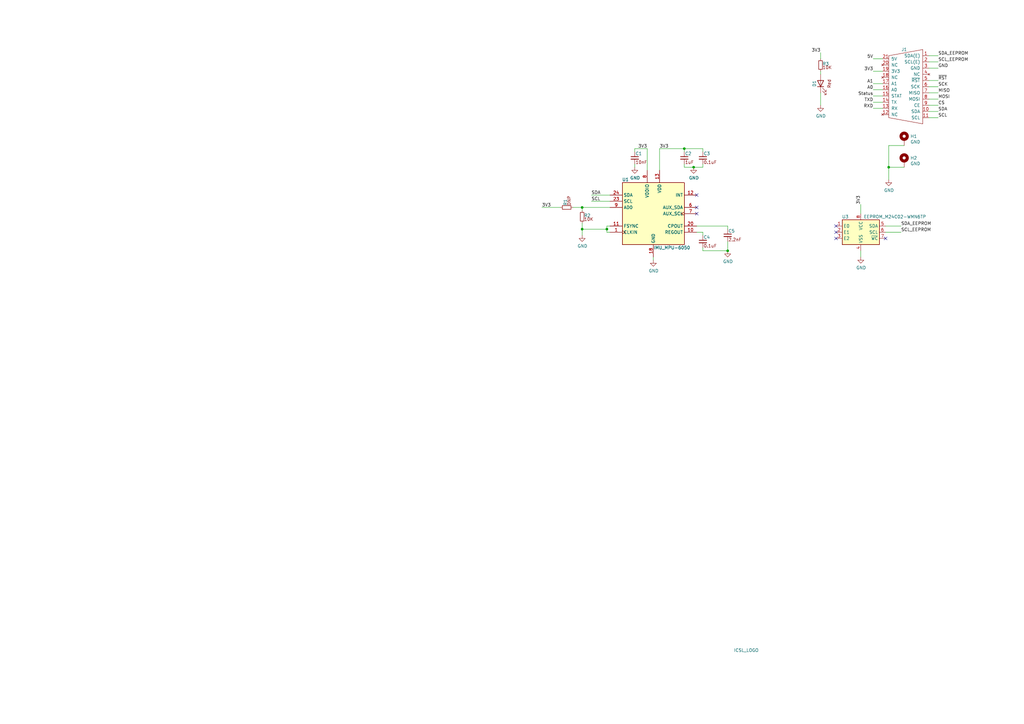
<source format=kicad_sch>
(kicad_sch (version 20211123) (generator eeschema)
  (paper "A3")
  (lib_symbols
    (symbol "ICSL:Amphenol_91911-31321_plug" (pin_names (offset 1.016))
      (property "Reference" "J" (at 0 12.7 0))
      (symbol "Amphenol_91911-31321_plug_0_1"
        (polyline (pts (xy 7.62 -17.78) (xy 7.62 12.7)))
        (polyline (pts (xy 7.62 12.7) (xy -6.35 10.16) (xy -6.35 -15.24) (xy 7.62 -17.78)))
      )
      (symbol "Amphenol_91911-31321_plug_1_1"
        (pin bidirectional line (at 10.16 10.16 180) (length 2.54) (name "SDA(E)") (number "1"))
        (pin bidirectional line (at 10.16 -12.7 180) (length 2.54) (name "SDA") (number "10"))
        (pin output line (at 10.16 -15.24 180) (length 2.54) (name "SCL") (number "11"))
        (pin no_connect line (at -8.89 -13.97 0) (length 2.54) (name "NC") (number "12"))
        (pin input line (at -8.89 -11.43 0) (length 2.54) (name "RX") (number "13"))
        (pin output line (at -8.89 -8.89 0) (length 2.54) (name "TX") (number "14"))
        (pin input line (at -8.89 -6.35 0) (length 2.54) (name "STAT") (number "15"))
        (pin input line (at -8.89 -3.81 0) (length 2.54) (name "A0") (number "16"))
        (pin input line (at -8.89 -1.27 0) (length 2.54) (name "A1") (number "17"))
        (pin no_connect line (at -8.89 1.27 0) (length 2.54) (name "NC") (number "18"))
        (pin power_out line (at -8.89 3.81 0) (length 2.54) (name "3V3") (number "19"))
        (pin output line (at 10.16 7.62 180) (length 2.54) (name "SCL(E)") (number "2"))
        (pin no_connect line (at -8.89 6.35 0) (length 2.54) (name "NC") (number "20"))
        (pin power_out line (at -8.89 8.89 0) (length 2.54) (name "5V") (number "21"))
        (pin power_out line (at 10.16 5.08 180) (length 2.54) (name "GND") (number "3"))
        (pin no_connect line (at 10.16 2.54 180) (length 2.54) (name "NC") (number "4"))
        (pin output line (at 10.16 0 180) (length 2.54) (name "~{RST}") (number "5"))
        (pin output line (at 10.16 -2.54 180) (length 2.54) (name "SCK") (number "6"))
        (pin input line (at 10.16 -5.08 180) (length 2.54) (name "MISO") (number "7"))
        (pin output line (at 10.16 -7.62 180) (length 2.54) (name "MOSI") (number "8"))
        (pin output line (at 10.16 -10.16 180) (length 2.54) (name "CE") (number "9"))
      )
    )
    (symbol "ICSL:ICSL_LOGO"
      (property "Value" "ICSL_LOGO" (at 0 0 0))
    )
    (symbol "Mechanical:MountingHole_Pad" (pin_numbers hide) (pin_names (offset 1.016) hide)
      (property "Reference" "H" (at 0 6.35 0))
      (property "Value" "MountingHole_Pad" (at 0 4.445 0))
      (symbol "MountingHole_Pad_0_1"
        (circle (center 0 1.27) (radius 1.27) (stroke (width 1.27)))
      )
      (symbol "MountingHole_Pad_1_1"
        (pin input line (at 0 -2.54 90) (length 2.54) (name "1") (number "1"))
      )
    )
    (symbol "jlcsmt-ic:EEPROM_M24C02-WMN6TP"
      (property "Reference" "U" (at -6.35 6.35 0))
      (property "Value" "EEPROM_M24C02-WMN6TP" (at 13.97 6.35 0))
      (symbol "EEPROM_M24C02-WMN6TP_0_1"
        (rectangle (start -7.62 5.08) (end 7.62 -5.08) (stroke (width 0.254)) (fill (type background)))
      )
      (symbol "EEPROM_M24C02-WMN6TP_1_1"
        (pin input line (at -10.16 2.54 0) (length 2.54) (name "E0") (number "1"))
        (pin input line (at -10.16 0 0) (length 2.54) (name "E1") (number "2"))
        (pin input line (at -10.16 -2.54 0) (length 2.54) (name "E2") (number "3"))
        (pin power_in line (at 0 -7.62 90) (length 2.54) (name "VSS") (number "4"))
        (pin bidirectional line (at 10.16 2.54 180) (length 2.54) (name "SDA") (number "5"))
        (pin input line (at 10.16 0 180) (length 2.54) (name "SCL") (number "6"))
        (pin input line (at 10.16 -2.54 180) (length 2.54) (name "~{WC}") (number "7"))
        (pin power_in line (at 0 7.62 270) (length 2.54) (name "VCC") (number "8"))
      )
    )
    (symbol "jlcsmt-rcl:C_0402_0.1uF_16V" (pin_numbers hide) (pin_names (offset 0.254) hide)
      (property "Reference" "C" (at 0.254 1.778 0))
      (symbol "C_0402_0.1uF_16V_0_0"
        (text "0.1uF" (at 0.254 -1.778 0) (effects (font (size 1.27 1.27)) (justify left)))
      )
      (symbol "C_0402_0.1uF_16V_0_1"
        (polyline (pts (xy -1.524 -0.508) (xy 1.524 -0.508)) (stroke (width 0.3302)))
        (polyline (pts (xy -1.524 0.508) (xy 1.524 0.508)) (stroke (width 0.3048)))
      )
      (symbol "C_0402_0.1uF_16V_1_1"
        (pin passive line (at 0 2.54 270) (length 2.032) (name "~") (number "1"))
        (pin passive line (at 0 -2.54 90) (length 2.032) (name "~") (number "2"))
      )
    )
    (symbol "jlcsmt-rcl:C_0402_10nF_50V" (pin_numbers hide) (pin_names (offset 0.254) hide)
      (property "Reference" "C" (at 0.254 1.778 0))
      (symbol "C_0402_10nF_50V_0_0"
        (text "10nF" (at 0.254 -1.778 0) (effects (font (size 1.27 1.27)) (justify left)))
      )
      (symbol "C_0402_10nF_50V_0_1"
        (polyline (pts (xy -1.524 -0.508) (xy 1.524 -0.508)) (stroke (width 0.3302)))
        (polyline (pts (xy -1.524 0.508) (xy 1.524 0.508)) (stroke (width 0.3048)))
      )
      (symbol "C_0402_10nF_50V_1_1"
        (pin passive line (at 0 2.54 270) (length 2.032) (name "~") (number "1"))
        (pin passive line (at 0 -2.54 90) (length 2.032) (name "~") (number "2"))
      )
    )
    (symbol "jlcsmt-rcl:C_0402_1uF_25V" (pin_numbers hide) (pin_names (offset 0.254) hide)
      (property "Reference" "C" (at 0.254 1.778 0))
      (symbol "C_0402_1uF_25V_0_0"
        (text "1uF" (at 0.254 -1.778 0) (effects (font (size 1.27 1.27)) (justify left)))
      )
      (symbol "C_0402_1uF_25V_0_1"
        (polyline (pts (xy -1.524 -0.508) (xy 1.524 -0.508)) (stroke (width 0.3302)))
        (polyline (pts (xy -1.524 0.508) (xy 1.524 0.508)) (stroke (width 0.3048)))
      )
      (symbol "C_0402_1uF_25V_1_1"
        (pin passive line (at 0 2.54 270) (length 2.032) (name "~") (number "1"))
        (pin passive line (at 0 -2.54 90) (length 2.032) (name "~") (number "2"))
      )
    )
    (symbol "jlcsmt-rcl:C_0402_2.2nF_50V" (pin_numbers hide) (pin_names (offset 0.254) hide)
      (property "Reference" "C" (at 0.254 1.778 0))
      (symbol "C_0402_2.2nF_50V_0_0"
        (text "2.2nF" (at 0.254 -1.778 0) (effects (font (size 1.27 1.27)) (justify left)))
      )
      (symbol "C_0402_2.2nF_50V_0_1"
        (polyline (pts (xy -1.524 -0.508) (xy 1.524 -0.508)) (stroke (width 0.3302)))
        (polyline (pts (xy -1.524 0.508) (xy 1.524 0.508)) (stroke (width 0.3048)))
      )
      (symbol "C_0402_2.2nF_50V_1_1"
        (pin passive line (at 0 2.54 270) (length 2.032) (name "~") (number "1"))
        (pin passive line (at 0 -2.54 90) (length 2.032) (name "~") (number "2"))
      )
    )
    (symbol "jlcsmt-rcl:LED_0603_Red" (pin_numbers hide) (pin_names (offset 1.016) hide)
      (property "Reference" "D" (at 0 2.54 0))
      (symbol "LED_0603_Red_0_0"
        (text "Red" (at 0 -3.556 0) (effects (font (size 1.27 1.27))))
      )
      (symbol "LED_0603_Red_0_1"
        (polyline (pts (xy -1.27 -1.27) (xy -1.27 1.27)) (stroke (width 0.254)))
        (polyline (pts (xy -1.27 0) (xy 1.27 0)))
        (polyline (pts (xy 1.27 -1.27) (xy 1.27 1.27) (xy -1.27 0) (xy 1.27 -1.27)) (stroke (width 0.254)))
        (polyline (pts (xy -3.048 -0.762) (xy -4.572 -2.286) (xy -3.81 -2.286) (xy -4.572 -2.286) (xy -4.572 -1.524)))
        (polyline (pts (xy -1.778 -0.762) (xy -3.302 -2.286) (xy -2.54 -2.286) (xy -3.302 -2.286) (xy -3.302 -1.524)))
      )
      (symbol "LED_0603_Red_1_1"
        (pin passive line (at -3.81 0 0) (length 2.54) (name "K") (number "1"))
        (pin passive line (at 3.81 0 180) (length 2.54) (name "A") (number "2"))
      )
    )
    (symbol "jlcsmt-rcl:R_0402_10K" (pin_numbers hide) (pin_names (offset 0.254) hide)
      (property "Reference" "R" (at 0.762 0.508 0))
      (symbol "R_0402_10K_0_0"
        (text "10K" (at 0.762 -1.016 0) (effects (font (size 1.27 1.27)) (justify left)))
      )
      (symbol "R_0402_10K_0_1"
        (rectangle (start -0.762 1.778) (end 0.762 -1.778) (stroke (width 0.2032)))
      )
      (symbol "R_0402_10K_1_1"
        (pin passive line (at 0 2.54 270) (length 0.762) (name "~") (number "1"))
        (pin passive line (at 0 -2.54 90) (length 0.762) (name "~") (number "2"))
      )
    )
    (symbol "jlcsmt-rcl:R_0402_DNP" (pin_numbers hide) (pin_names (offset 0.254) hide)
      (property "Reference" "R" (at 0.762 0.508 0))
      (symbol "R_0402_DNP_0_0"
        (text "DNP" (at 0.762 -1.016 0) (effects (font (size 1.27 1.27)) (justify left)))
      )
      (symbol "R_0402_DNP_0_1"
        (rectangle (start -0.762 1.778) (end 0.762 -1.778) (stroke (width 0.2032)))
      )
      (symbol "R_0402_DNP_1_1"
        (pin passive line (at 0 2.54 270) (length 0.762) (name "~") (number "1"))
        (pin passive line (at 0 -2.54 90) (length 0.762) (name "~") (number "2"))
      )
    )
    (symbol "jlcsmt-sensors:IMU_MPU-6050"
      (property "Reference" "U" (at -11.43 13.97 0))
      (property "Value" "IMU_MPU-6050" (at 7.62 -13.97 0))
      (symbol "IMU_MPU-6050_0_1"
        (rectangle (start -12.7 12.7) (end 12.7 -12.7) (stroke (width 0.254)) (fill (type background)))
      )
      (symbol "IMU_MPU-6050_1_1"
        (pin input clock (at -17.78 -7.62 0) (length 5.08) (name "CLKIN") (number "1"))
        (pin passive line (at 17.78 -7.62 180) (length 5.08) (name "REGOUT") (number "10"))
        (pin input line (at -17.78 -5.08 0) (length 5.08) (name "FSYNC") (number "11"))
        (pin output line (at 17.78 7.62 180) (length 5.08) (name "INT") (number "12"))
        (pin power_in line (at 2.54 17.78 270) (length 5.08) (name "VDD") (number "13"))
        (pin power_in line (at 0 -17.78 90) (length 5.08) (name "GND") (number "18"))
        (pin passive line (at 17.78 -5.08 180) (length 5.08) (name "CPOUT") (number "20"))
        (pin input line (at -17.78 5.08 0) (length 5.08) (name "SCL") (number "23"))
        (pin bidirectional line (at -17.78 7.62 0) (length 5.08) (name "SDA") (number "24"))
        (pin power_in line (at 0 -17.78 90) (length 5.08) hide (name "GND") (number "25"))
        (pin bidirectional line (at 17.78 2.54 180) (length 5.08) (name "AUX_SDA") (number "6"))
        (pin output clock (at 17.78 0 180) (length 5.08) (name "AUX_SCL") (number "7"))
        (pin power_in line (at -2.54 17.78 270) (length 5.08) (name "VDDIO") (number "8"))
        (pin input line (at -17.78 2.54 0) (length 5.08) (name "AD0") (number "9"))
      )
    )
    (symbol "power:GND" (power) (pin_names (offset 0))
      (property "Value" "GND" (at 0 -3.81 0))
      (symbol "GND_0_1"
        (polyline (pts (xy 0 0) (xy 0 -1.27) (xy 1.27 -1.27) (xy 0 -2.54) (xy -1.27 -1.27) (xy 0 -1.27)))
      )
      (symbol "GND_1_1"
        (pin power_in line (at 0 0 270) (length 0) hide (name "GND") (number "1"))
      )
    )
  )
  (junction (at 364.49 68.58))
  (junction (at 284.48 68.58))
  (junction (at 280.67 60.96))
  (junction (at 238.76 85.09))
  (junction (at 248.92 93.98))
  (junction (at 238.76 93.98))
  (junction (at 298.45 102.87))
  (no_connect (at 363.22 97.79))
  (no_connect (at 342.9 97.79))
  (no_connect (at 342.9 92.71))
  (no_connect (at 342.9 95.25))
  (no_connect (at 285.75 85.09))
  (no_connect (at 285.75 87.63))
  (no_connect (at 285.75 80.01))
  (wire (pts (xy 298.45 102.87) (xy 298.45 99.06)))
  (wire (pts (xy 358.14 29.21) (xy 361.95 29.21)))
  (wire (pts (xy 250.19 92.71) (xy 248.92 92.71)))
  (wire (pts (xy 364.49 73.66) (xy 364.49 68.58)))
  (wire (pts (xy 288.29 60.96) (xy 280.67 60.96)))
  (wire (pts (xy 358.14 41.91) (xy 361.95 41.91)))
  (wire (pts (xy 288.29 101.6) (xy 288.29 102.87)))
  (wire (pts (xy 381 22.86) (xy 384.81 22.86)))
  (wire (pts (xy 280.67 68.58) (xy 280.67 67.31)))
  (wire (pts (xy 238.76 91.44) (xy 238.76 93.98)))
  (wire (pts (xy 242.57 82.55) (xy 250.19 82.55)))
  (wire (pts (xy 267.97 105.41) (xy 267.97 106.68)))
  (wire (pts (xy 363.22 92.71) (xy 369.57 92.71)))
  (wire (pts (xy 288.29 62.23) (xy 288.29 60.96)))
  (wire (pts (xy 358.14 44.45) (xy 361.95 44.45)))
  (wire (pts (xy 250.19 85.09) (xy 238.76 85.09)))
  (wire (pts (xy 222.25 85.09) (xy 229.87 85.09)))
  (wire (pts (xy 242.57 80.01) (xy 250.19 80.01)))
  (wire (pts (xy 288.29 68.58) (xy 284.48 68.58)))
  (wire (pts (xy 364.49 59.69) (xy 370.84 59.69)))
  (wire (pts (xy 381 43.18) (xy 384.81 43.18)))
  (wire (pts (xy 265.43 60.96) (xy 265.43 69.85)))
  (wire (pts (xy 238.76 93.98) (xy 238.76 96.52)))
  (wire (pts (xy 280.67 60.96) (xy 280.67 62.23)))
  (wire (pts (xy 381 35.56) (xy 384.81 35.56)))
  (wire (pts (xy 381 45.72) (xy 384.81 45.72)))
  (wire (pts (xy 298.45 92.71) (xy 298.45 93.98)))
  (wire (pts (xy 248.92 93.98) (xy 248.92 95.25)))
  (wire (pts (xy 248.92 95.25) (xy 250.19 95.25)))
  (wire (pts (xy 284.48 68.58) (xy 280.67 68.58)))
  (wire (pts (xy 234.95 85.09) (xy 238.76 85.09)))
  (wire (pts (xy 381 27.94) (xy 384.81 27.94)))
  (wire (pts (xy 260.35 62.23) (xy 260.35 60.96)))
  (wire (pts (xy 381 40.64) (xy 384.81 40.64)))
  (wire (pts (xy 288.29 102.87) (xy 298.45 102.87)))
  (wire (pts (xy 358.14 34.29) (xy 361.95 34.29)))
  (wire (pts (xy 280.67 60.96) (xy 270.51 60.96)))
  (wire (pts (xy 364.49 68.58) (xy 370.84 68.58)))
  (wire (pts (xy 381 38.1) (xy 384.81 38.1)))
  (wire (pts (xy 381 33.02) (xy 384.81 33.02)))
  (wire (pts (xy 381 48.26) (xy 384.81 48.26)))
  (wire (pts (xy 364.49 68.58) (xy 364.49 59.69)))
  (wire (pts (xy 358.14 24.13) (xy 361.95 24.13)))
  (wire (pts (xy 358.14 36.83) (xy 361.95 36.83)))
  (wire (pts (xy 288.29 67.31) (xy 288.29 68.58)))
  (wire (pts (xy 381 25.4) (xy 384.81 25.4)))
  (wire (pts (xy 336.55 29.21) (xy 336.55 30.48)))
  (wire (pts (xy 363.22 95.25) (xy 369.57 95.25)))
  (wire (pts (xy 358.14 39.37) (xy 361.95 39.37)))
  (wire (pts (xy 248.92 92.71) (xy 248.92 93.98)))
  (wire (pts (xy 270.51 60.96) (xy 270.51 69.85)))
  (wire (pts (xy 285.75 92.71) (xy 298.45 92.71)))
  (wire (pts (xy 238.76 93.98) (xy 248.92 93.98)))
  (wire (pts (xy 353.06 105.41) (xy 353.06 102.87)))
  (wire (pts (xy 336.55 43.18) (xy 336.55 38.1)))
  (wire (pts (xy 288.29 95.25) (xy 288.29 96.52)))
  (wire (pts (xy 260.35 60.96) (xy 265.43 60.96)))
  (wire (pts (xy 238.76 85.09) (xy 238.76 86.36)))
  (wire (pts (xy 285.75 95.25) (xy 288.29 95.25)))
  (wire (pts (xy 336.55 21.59) (xy 336.55 24.13)))
  (wire (pts (xy 260.35 67.31) (xy 260.35 68.58)))
  (wire (pts (xy 353.06 83.82) (xy 353.06 87.63)))
  (label "SDA_EEPROM" (at 369.57 92.71 0))
  (label "SDA_EEPROM" (at 384.81 22.86 0))
  (label "3V3" (at 358.14 29.21 180))
  (label "SCK" (at 384.81 35.56 0))
  (label "GND" (at 384.81 27.94 0))
  (label "3V3" (at 353.06 83.82 90))
  (label "A0" (at 358.14 36.83 180))
  (label "MOSI" (at 384.81 40.64 0))
  (label "~{RST}" (at 384.81 33.02 0))
  (label "3V3" (at 222.25 85.09 0))
  (label "3V3" (at 270.51 60.96 0))
  (label "5V" (at 358.14 24.13 180))
  (label "3V3" (at 265.43 60.96 180))
  (label "MISO" (at 384.81 38.1 0))
  (label "A1" (at 358.14 34.29 180))
  (label "SDA" (at 384.81 45.72 0))
  (label "CS" (at 384.81 43.18 0))
  (label "SCL" (at 242.57 82.55 0))
  (label "TXD" (at 358.14 41.91 180))
  (label "Status" (at 358.14 39.37 180))
  (label "SDA" (at 242.57 80.01 0))
  (label "RXD" (at 358.14 44.45 180))
  (label "3V3" (at 336.55 21.59 180))
  (label "SCL_EEPROM" (at 384.81 25.4 0))
  (label "SCL" (at 384.81 48.26 0))
  (label "SCL_EEPROM" (at 369.57 95.25 0))
  (symbol (lib_id "Mechanical:MountingHole_Pad") (at 370.84 57.15 0) (unit 1)
    (property "Reference" "H1" (at 373.38 55.9054 0) (effects (justify left)))
    (property "Value" "GND" (at 373.38 58.2168 0) (effects (justify left)))
    (property "Footprint" "ICSL:M1502-B-2545-AL-TOP" (effects hide))
  )
  (symbol (lib_id "Mechanical:MountingHole_Pad") (at 370.84 66.04 0) (unit 1)
    (property "Reference" "H2" (at 373.38 64.7954 0) (effects (justify left)))
    (property "Value" "GND" (at 373.38 67.1068 0) (effects (justify left)))
    (property "Footprint" "ICSL:M1502-B-2545-AL-TOP" (effects hide))
  )
  (symbol (lib_id "power:GND") (at 364.49 73.66 0) (unit 1)
    (property "Reference" "#PWR08" (effects hide))
    (property "Value" "GND" (at 364.617 78.0542 0))
  )
  (symbol (lib_id "ICSL:Amphenol_91911-31321_plug") (at 370.84 33.02 0) (unit 1)
    (property "Reference" "J1" (at 370.84 20.32 0))
    (property "Value" "Amphenol_91911-31321_plug" (effects hide))
    (property "Footprint" "ICSL:Amphenol_91911-31321LF_PLUG" (effects hide))
    (property "Datasheet" "https://cdn.amphenol-icc.com/media/wysiwyg/files/drawing/91900.pdf" (effects hide))
    (property "LCSC" "C9900009023" (effects hide))
  )
  (symbol (lib_id "power:GND") (at 336.55 43.18 0) (unit 1)
    (property "Reference" "#PWR06" (effects hide))
    (property "Value" "GND" (at 336.677 47.5742 0))
  )
  (symbol (lib_id "jlcsmt-rcl:R_0402_DNP") (at 232.41 85.09 90) (unit 1)
    (property "Reference" "R1" (at 231.902 84.328 0) (effects (justify left)))
    (property "Value" "R_0402_DNP" (effects hide))
    (property "Footprint" "Resistor_SMD:R_0402_1005Metric" (effects hide))
  )
  (symbol (lib_id "jlcsmt-rcl:R_0402_10K") (at 336.55 26.67 0) (unit 1)
    (property "Reference" "R3" (at 337.312 26.162 0) (effects (justify left)))
    (property "Value" "R_0402_10K" (effects hide))
    (property "Footprint" "Resistor_SMD:R_0402_1005Metric" (effects hide))
    (property "Datasheet" "https://datasheet.lcsc.com/lcsc/2110260030_UNI-ROYAL-Uniroyal-Elec-0402WGF1002TCE_C25744.pdf" (effects hide))
    (property "MFR" "UNI-ROYAL(Uniroyal Elec)" (effects hide))
    (property "MFR Part#" "0402WGF1002TCE" (effects hide))
    (property "LCSC" "C25744" (effects hide))
  )
  (symbol (lib_id "power:GND") (at 298.45 102.87 0) (unit 1)
    (property "Reference" "#PWR05" (effects hide))
    (property "Value" "GND" (at 298.577 107.2642 0))
  )
  (symbol (lib_id "power:GND") (at 260.35 68.58 0) (unit 1)
    (property "Reference" "#PWR02" (effects hide))
    (property "Value" "GND" (at 260.477 72.9742 0))
  )
  (symbol (lib_id "jlcsmt-rcl:C_0402_2.2nF_50V") (at 298.45 96.52 0) (unit 1)
    (property "Reference" "C5" (at 298.704 94.742 0) (effects (justify left)))
    (property "Value" "C_0402_2.2nF_50V" (effects hide))
    (property "Footprint" "Capacitor_SMD:C_0402_1005Metric" (effects hide))
    (property "Datasheet" "https://datasheet.lcsc.com/lcsc/1811141710_FH-Guangdong-Fenghua-Advanced-Tech-0402B222K500NT_C1531.pdf" (effects hide))
    (property "MFR" "FH(Guangdong Fenghua Advanced Tech)" (effects hide))
    (property "MFR Part#" "0402B222K500NT" (effects hide))
    (property "LCSC" "C1531" (effects hide))
  )
  (symbol (lib_id "jlcsmt-rcl:C_0402_10nF_50V") (at 260.35 64.77 0) (unit 1)
    (property "Reference" "C1" (at 260.604 62.992 0) (effects (justify left)))
    (property "Value" "C_0402_10nF_50V" (effects hide))
    (property "Footprint" "Capacitor_SMD:C_0402_1005Metric" (effects hide))
    (property "Datasheet" "https://datasheet.lcsc.com/lcsc/1810191223_Samsung-Electro-Mechanics-CL05B103KB5NNNC_C15195.pdf" (effects hide))
    (property "MFR" "Samsung Electro-Mechanics" (effects hide))
    (property "MFR Part#" "CL05B103KB5NNNC" (effects hide))
    (property "LCSC" "C15195" (effects hide))
  )
  (symbol (lib_id "ICSL:ICSL_LOGO") (at 306.07 266.7 0) (unit 1)
    (property "Reference" "U2" (effects hide))
    (property "Value" "ICSL_LOGO" (at 306.07 266.7 0))
    (property "Footprint" "ICSL:icsl_logo" (effects hide))
  )
  (symbol (lib_id "jlcsmt-rcl:C_0402_0.1uF_16V") (at 288.29 64.77 0) (unit 1)
    (property "Reference" "C3" (at 288.544 62.992 0) (effects (justify left)))
    (property "Value" "C_0402_0.1uF_16V" (effects hide))
    (property "Footprint" "Capacitor_SMD:C_0402_1005Metric" (effects hide))
    (property "Datasheet" "https://datasheet.lcsc.com/lcsc/1810191219_Samsung-Electro-Mechanics-CL05B104KO5NNNC_C1525.pdf" (effects hide))
    (property "MFR" "Samsung Electro-Mechanics" (effects hide))
    (property "MFR Part#" "CL05B104KO5NNNC" (effects hide))
    (property "LCSC" "C1525" (effects hide))
  )
  (symbol (lib_id "power:GND") (at 238.76 96.52 0) (unit 1)
    (property "Reference" "#PWR01" (effects hide))
    (property "Value" "GND" (at 238.887 100.9142 0))
  )
  (symbol (lib_id "jlcsmt-sensors:IMU_MPU-6050") (at 267.97 87.63 0) (unit 1)
    (property "Reference" "U1" (at 256.54 73.66 0))
    (property "Value" "IMU_MPU-6050" (at 275.59 101.6 0))
    (property "Footprint" "jlcsmt:InvenSense_QFN-24_4x4mm_P0.5mm" (effects hide))
    (property "Datasheet" "https://datasheet.lcsc.com/lcsc/1811071024_TDK-InvenSense-MPU-6050_C24112.pdf" (effects hide))
    (property "MFR" "TDK InvenSense" (effects hide))
    (property "MFR Part#" "MPU-6050 " (effects hide))
    (property "LCSC" "C24112" (effects hide))
  )
  (symbol (lib_id "power:GND") (at 353.06 105.41 0) (unit 1)
    (property "Reference" "#PWR07" (effects hide))
    (property "Value" "GND" (at 353.187 109.8042 0))
  )
  (symbol (lib_id "jlcsmt-rcl:C_0402_1uF_25V") (at 280.67 64.77 0) (unit 1)
    (property "Reference" "C2" (at 280.924 62.992 0) (effects (justify left)))
    (property "Value" "C_0402_1uF_25V" (effects hide))
    (property "Footprint" "Capacitor_SMD:C_0402_1005Metric" (effects hide))
    (property "Datasheet" "https://datasheet.lcsc.com/lcsc/1811091611_Samsung-Electro-Mechanics-CL05A105KA5NQNC_C52923.pdf" (effects hide))
    (property "MFR" "Samsung Electro-Mechanics" (effects hide))
    (property "MFR Part#" "CL05A105KA5NQNC" (effects hide))
    (property "LCSC" "C52923" (effects hide))
  )
  (symbol (lib_id "jlcsmt-rcl:LED_0603_Red") (at 336.55 34.29 90) (unit 1)
    (property "Reference" "D1" (at 334.01 34.29 0))
    (property "Value" "LED_0603_Red" (effects hide))
    (property "Footprint" "jlcsmt:LED_0603_1608Metric" (effects hide))
    (property "Datasheet" "https://datasheet.lcsc.com/lcsc/1810231112_Hubei-KENTO-Elec-KT-0603R_C2286.pdf" (effects hide))
    (property "MFR" "Hubei KENTO Elec" (effects hide))
    (property "MFR Part#" "KT-0603R" (effects hide))
    (property "LCSC" "C2286" (effects hide))
  )
  (symbol (lib_id "jlcsmt-rcl:C_0402_0.1uF_16V") (at 288.29 99.06 0) (unit 1)
    (property "Reference" "C4" (at 288.544 97.282 0) (effects (justify left)))
    (property "Value" "C_0402_0.1uF_16V" (effects hide))
    (property "Footprint" "Capacitor_SMD:C_0402_1005Metric" (effects hide))
    (property "Datasheet" "https://datasheet.lcsc.com/lcsc/1810191219_Samsung-Electro-Mechanics-CL05B104KO5NNNC_C1525.pdf" (effects hide))
    (property "MFR" "Samsung Electro-Mechanics" (effects hide))
    (property "MFR Part#" "CL05B104KO5NNNC" (effects hide))
    (property "LCSC" "C1525" (effects hide))
  )
  (symbol (lib_id "jlcsmt-ic:EEPROM_M24C02-WMN6TP") (at 353.06 95.25 0) (unit 1)
    (property "Reference" "U3" (at 346.71 88.9 0))
    (property "Value" "EEPROM_M24C02-WMN6TP" (at 367.03 88.9 0))
    (property "Footprint" "jlcsmt:SOIC-8_3.9x4.9mm_P1.27mm" (effects hide))
    (property "Datasheet" "https://datasheet.lcsc.com/lcsc/1809061818_STMicroelectronics-M24C02-WMN6TP_C7562.pdf" (effects hide))
    (property "MFR" "STMicroelectronics" (effects hide))
    (property "MFR Part#" "M24C02-WMN6TP" (effects hide))
    (property "LCSC" "C7562" (effects hide))
  )
  (symbol (lib_id "power:GND") (at 284.48 68.58 0) (unit 1)
    (property "Reference" "#PWR04" (effects hide))
    (property "Value" "GND" (at 284.607 72.9742 0))
  )
  (symbol (lib_id "power:GND") (at 267.97 106.68 0) (unit 1)
    (property "Reference" "#PWR03" (effects hide))
    (property "Value" "GND" (at 268.097 111.0742 0))
  )
  (symbol (lib_id "jlcsmt-rcl:R_0402_10K") (at 238.76 88.9 0) (unit 1)
    (property "Reference" "R2" (at 239.522 88.392 0) (effects (justify left)))
    (property "Value" "R_0402_10K" (effects hide))
    (property "Footprint" "Resistor_SMD:R_0402_1005Metric" (effects hide))
    (property "Datasheet" "https://datasheet.lcsc.com/lcsc/2110260030_UNI-ROYAL-Uniroyal-Elec-0402WGF1002TCE_C25744.pdf" (effects hide))
    (property "MFR" "UNI-ROYAL(Uniroyal Elec)" (effects hide))
    (property "MFR Part#" "0402WGF1002TCE" (effects hide))
    (property "LCSC" "C25744" (effects hide))
  )
)
</source>
